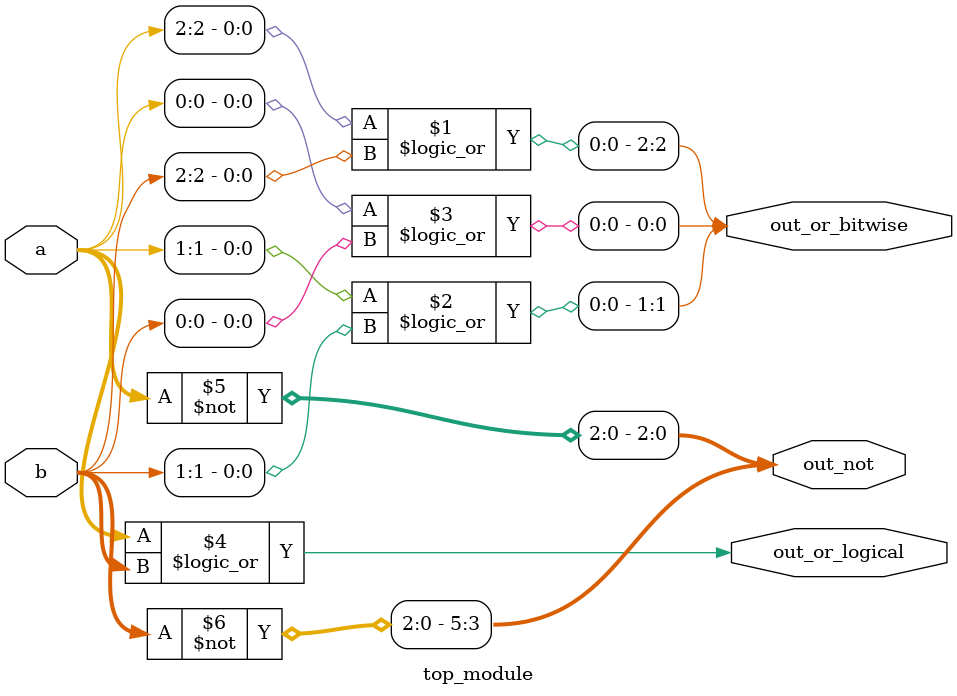
<source format=v>
module top_module( 
    input [2:0] a,
    input [2:0] b,
    output [2:0] out_or_bitwise,
    output out_or_logical,
    output [5:0] out_not
);
    
    assign out_or_bitwise[2] = a[2] || b[2];
    assign out_or_bitwise[1] = a[1] || b[1];
    assign out_or_bitwise[0] = a[0] || b[0];
    assign out_or_logical = a || b;
    assign out_not[2:0] = ~a;
    assign out_not[5:3] = ~b;

endmodule

</source>
